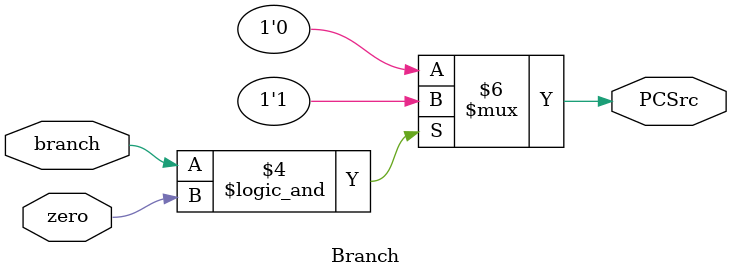
<source format=v>
`timescale 1ns / 1ps


module Branch(branch, zero, PCSrc);

    input branch, zero;
    output reg PCSrc;
    
    always @(*) begin
        if(branch == 1 && zero == 1) begin
            PCSrc <= 1;
        end
        else begin
            PCSrc <= 0; 
        end
    end
endmodule

</source>
